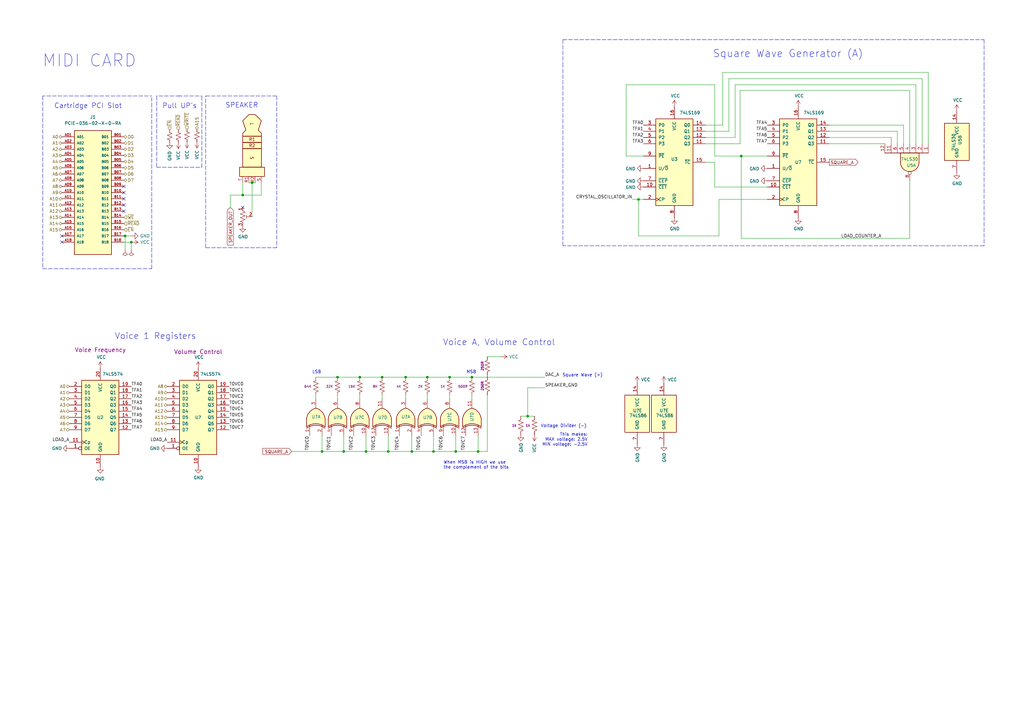
<source format=kicad_sch>
(kicad_sch (version 20211123) (generator eeschema)
  (paper "A3")
  (lib_symbols
    (symbol "74xx:74LS169" (pin_names (offset 1.016))
      (property "Reference" "U" (at -7.62 19.05 0))
      (property "Value" "74LS169" (at -7.62 -19.05 0))
      (symbol "74LS169_1_0"
        (pin input line (at -12.7 -2.54 0) (length 5.08) (name "U/~{D}") (number "1"))
        (pin input line (at -12.7 -10.16 0) (length 5.08) (name "~{CET}") (number "10"))
        (pin output line (at 12.7 7.62 180) (length 5.08) (name "Q3") (number "11"))
        (pin output line (at 12.7 10.16 180) (length 5.08) (name "Q2") (number "12"))
        (pin output line (at 12.7 12.7 180) (length 5.08) (name "Q1") (number "13"))
        (pin output line (at 12.7 15.24 180) (length 5.08) (name "Q0") (number "14"))
        (pin output line (at 12.7 0 180) (length 5.08) (name "~{TC}") (number "15"))
        (pin power_in line (at 0 22.86 270) (length 5.08) (name "VCC") (number "16"))
        (pin input clock (at -12.7 -15.24 0) (length 5.08) (name "CP") (number "2"))
        (pin input line (at -12.7 15.24 0) (length 5.08) (name "P0") (number "3"))
        (pin input line (at -12.7 12.7 0) (length 5.08) (name "P1") (number "4"))
        (pin input line (at -12.7 10.16 0) (length 5.08) (name "P2") (number "5"))
        (pin input line (at -12.7 7.62 0) (length 5.08) (name "P3") (number "6"))
        (pin input line (at -12.7 -7.62 0) (length 5.08) (name "~{CEP}") (number "7"))
        (pin power_in line (at 0 -22.86 90) (length 5.08) (name "GND") (number "8"))
        (pin input line (at -12.7 2.54 0) (length 5.08) (name "~{PE}") (number "9"))
      )
      (symbol "74LS169_1_1"
        (rectangle (start -7.62 17.78) (end 7.62 -17.78) (stroke (width 0.254)) (fill (type background)))
      )
    )
    (symbol "74xx:74LS30" (pin_names (offset 1.016))
      (property "Reference" "U" (at 0 1.27 0))
      (property "Value" "74LS30" (at 0 -1.27 0))
      (symbol "74LS30_1_1"
        (arc (start 0 -3.81) (mid 3.81 0) (end 0 3.81) (stroke (width 0.254)) (fill (type background)))
        (polyline (pts (xy -3.81 7.62) (xy -3.81 -10.16)) (stroke (width 0.254)))
        (polyline (pts (xy 0 3.81) (xy -3.81 3.81) (xy -3.81 -3.81) (xy 0 -3.81)) (stroke (width 0.254)) (fill (type background)))
        (pin input line (at -7.62 7.62 0) (length 3.81) (name "~") (number "1"))
        (pin input line (at -7.62 -7.62 0) (length 3.81) (name "~") (number "11"))
        (pin input line (at -7.62 -10.16 0) (length 3.81) (name "~") (number "12"))
        (pin input line (at -7.62 5.08 0) (length 3.81) (name "~") (number "2"))
        (pin input line (at -7.62 2.54 0) (length 3.81) (name "~") (number "3"))
        (pin input line (at -7.62 0 0) (length 3.81) (name "~") (number "4"))
        (pin input line (at -7.62 -2.54 0) (length 3.81) (name "~") (number "5"))
        (pin input line (at -7.62 -5.08 0) (length 3.81) (name "~") (number "6"))
        (pin output inverted (at 7.62 0 180) (length 3.81) (name "~") (number "8"))
      )
      (symbol "74LS30_1_2"
        (arc (start -3.81 -3.81) (mid -2.589 0) (end -3.81 3.81) (stroke (width 0.254)))
        (arc (start -0.6096 -3.81) (mid 2.1855 -2.584) (end 3.81 0) (stroke (width 0.254)) (fill (type background)))
        (polyline (pts (xy -3.81 -3.81) (xy -3.81 -10.16)) (stroke (width 0.254)))
        (polyline (pts (xy -3.81 -3.81) (xy -0.635 -3.81)) (stroke (width 0.254)) (fill (type background)))
        (polyline (pts (xy -3.81 3.81) (xy -0.635 3.81)) (stroke (width 0.254)) (fill (type background)))
        (polyline (pts (xy -3.81 7.62) (xy -3.81 3.81)) (stroke (width 0.254)))
        (polyline (pts (xy -0.635 3.81) (xy -3.81 3.81) (xy -3.81 3.81) (xy -3.556 3.4036) (xy -3.0226 2.2606) (xy -2.6924 1.0414) (xy -2.6162 -0.254) (xy -2.7686 -1.4986) (xy -3.175 -2.7178) (xy -3.81 -3.81) (xy -3.81 -3.81) (xy -0.635 -3.81)) (stroke (width -25.4)) (fill (type background)))
        (arc (start 3.81 0) (mid 2.1928 2.5925) (end -0.6096 3.81) (stroke (width 0.254)) (fill (type background)))
        (pin input inverted (at -7.62 7.62 0) (length 3.81) (name "~") (number "1"))
        (pin input inverted (at -7.62 -7.62 0) (length 3.81) (name "~") (number "11"))
        (pin input inverted (at -7.62 -10.16 0) (length 3.81) (name "~") (number "12"))
        (pin input inverted (at -7.62 5.08 0) (length 3.81) (name "~") (number "2"))
        (pin input inverted (at -7.62 2.54 0) (length 4.5466) (name "~") (number "3"))
        (pin input inverted (at -7.62 0 0) (length 5.08) (name "~") (number "4"))
        (pin input inverted (at -7.62 -2.54 0) (length 4.5466) (name "~") (number "5"))
        (pin input inverted (at -7.62 -5.08 0) (length 3.81) (name "~") (number "6"))
        (pin output line (at 7.62 0 180) (length 3.81) (name "~") (number "8"))
      )
      (symbol "74LS30_2_0"
        (pin power_in line (at 0 12.7 270) (length 5.08) (name "VCC") (number "14"))
        (pin power_in line (at 0 -12.7 90) (length 5.08) (name "GND") (number "7"))
      )
      (symbol "74LS30_2_1"
        (rectangle (start -5.08 7.62) (end 5.08 -7.62) (stroke (width 0.254)) (fill (type background)))
      )
    )
    (symbol "74xx:74LS86" (pin_names (offset 1.016))
      (property "Reference" "U" (at 0 1.27 0))
      (property "Value" "74LS86" (at 0 -1.27 0))
      (symbol "74LS86_1_0"
        (arc (start -4.4196 -3.81) (mid -3.2033 0) (end -4.4196 3.81) (stroke (width 0.254)))
        (arc (start -3.81 -3.81) (mid -2.589 0) (end -3.81 3.81) (stroke (width 0.254)))
        (arc (start -0.6096 -3.81) (mid 2.1855 -2.584) (end 3.81 0) (stroke (width 0.254)) (fill (type background)))
        (polyline (pts (xy -3.81 -3.81) (xy -0.635 -3.81)) (stroke (width 0.254)) (fill (type background)))
        (polyline (pts (xy -3.81 3.81) (xy -0.635 3.81)) (stroke (width 0.254)) (fill (type background)))
        (polyline (pts (xy -0.635 3.81) (xy -3.81 3.81) (xy -3.81 3.81) (xy -3.556 3.4036) (xy -3.0226 2.2606) (xy -2.6924 1.0414) (xy -2.6162 -0.254) (xy -2.7686 -1.4986) (xy -3.175 -2.7178) (xy -3.81 -3.81) (xy -3.81 -3.81) (xy -0.635 -3.81)) (stroke (width -25.4)) (fill (type background)))
        (arc (start 3.81 0) (mid 2.1928 2.5925) (end -0.6096 3.81) (stroke (width 0.254)) (fill (type background)))
        (pin input line (at -7.62 2.54 0) (length 4.445) (name "~") (number "1"))
        (pin input line (at -7.62 -2.54 0) (length 4.445) (name "~") (number "2"))
        (pin output line (at 7.62 0 180) (length 3.81) (name "~") (number "3"))
      )
      (symbol "74LS86_1_1"
        (polyline (pts (xy -3.81 -2.54) (xy -3.175 -2.54)) (stroke (width 0.1524)))
        (polyline (pts (xy -3.81 2.54) (xy -3.175 2.54)) (stroke (width 0.1524)))
      )
      (symbol "74LS86_2_0"
        (arc (start -4.4196 -3.81) (mid -3.2033 0) (end -4.4196 3.81) (stroke (width 0.254)))
        (arc (start -3.81 -3.81) (mid -2.589 0) (end -3.81 3.81) (stroke (width 0.254)))
        (arc (start -0.6096 -3.81) (mid 2.1855 -2.584) (end 3.81 0) (stroke (width 0.254)) (fill (type background)))
        (polyline (pts (xy -3.81 -3.81) (xy -0.635 -3.81)) (stroke (width 0.254)) (fill (type background)))
        (polyline (pts (xy -3.81 3.81) (xy -0.635 3.81)) (stroke (width 0.254)) (fill (type background)))
        (polyline (pts (xy -0.635 3.81) (xy -3.81 3.81) (xy -3.81 3.81) (xy -3.556 3.4036) (xy -3.0226 2.2606) (xy -2.6924 1.0414) (xy -2.6162 -0.254) (xy -2.7686 -1.4986) (xy -3.175 -2.7178) (xy -3.81 -3.81) (xy -3.81 -3.81) (xy -0.635 -3.81)) (stroke (width -25.4)) (fill (type background)))
        (arc (start 3.81 0) (mid 2.1928 2.5925) (end -0.6096 3.81) (stroke (width 0.254)) (fill (type background)))
        (pin input line (at -7.62 2.54 0) (length 4.445) (name "~") (number "4"))
        (pin input line (at -7.62 -2.54 0) (length 4.445) (name "~") (number "5"))
        (pin output line (at 7.62 0 180) (length 3.81) (name "~") (number "6"))
      )
      (symbol "74LS86_2_1"
        (polyline (pts (xy -3.81 -2.54) (xy -3.175 -2.54)) (stroke (width 0.1524)))
        (polyline (pts (xy -3.81 2.54) (xy -3.175 2.54)) (stroke (width 0.1524)))
      )
      (symbol "74LS86_3_0"
        (arc (start -4.4196 -3.81) (mid -3.2033 0) (end -4.4196 3.81) (stroke (width 0.254)))
        (arc (start -3.81 -3.81) (mid -2.589 0) (end -3.81 3.81) (stroke (width 0.254)))
        (arc (start -0.6096 -3.81) (mid 2.1855 -2.584) (end 3.81 0) (stroke (width 0.254)) (fill (type background)))
        (polyline (pts (xy -3.81 -3.81) (xy -0.635 -3.81)) (stroke (width 0.254)) (fill (type background)))
        (polyline (pts (xy -3.81 3.81) (xy -0.635 3.81)) (stroke (width 0.254)) (fill (type background)))
        (polyline (pts (xy -0.635 3.81) (xy -3.81 3.81) (xy -3.81 3.81) (xy -3.556 3.4036) (xy -3.0226 2.2606) (xy -2.6924 1.0414) (xy -2.6162 -0.254) (xy -2.7686 -1.4986) (xy -3.175 -2.7178) (xy -3.81 -3.81) (xy -3.81 -3.81) (xy -0.635 -3.81)) (stroke (width -25.4)) (fill (type background)))
        (arc (start 3.81 0) (mid 2.1928 2.5925) (end -0.6096 3.81) (stroke (width 0.254)) (fill (type background)))
        (pin input line (at -7.62 -2.54 0) (length 4.445) (name "~") (number "10"))
        (pin output line (at 7.62 0 180) (length 3.81) (name "~") (number "8"))
        (pin input line (at -7.62 2.54 0) (length 4.445) (name "~") (number "9"))
      )
      (symbol "74LS86_3_1"
        (polyline (pts (xy -3.81 -2.54) (xy -3.175 -2.54)) (stroke (width 0.1524)))
        (polyline (pts (xy -3.81 2.54) (xy -3.175 2.54)) (stroke (width 0.1524)))
      )
      (symbol "74LS86_4_0"
        (arc (start -4.4196 -3.81) (mid -3.2033 0) (end -4.4196 3.81) (stroke (width 0.254)))
        (arc (start -3.81 -3.81) (mid -2.589 0) (end -3.81 3.81) (stroke (width 0.254)))
        (arc (start -0.6096 -3.81) (mid 2.1855 -2.584) (end 3.81 0) (stroke (width 0.254)) (fill (type background)))
        (polyline (pts (xy -3.81 -3.81) (xy -0.635 -3.81)) (stroke (width 0.254)) (fill (type background)))
        (polyline (pts (xy -3.81 3.81) (xy -0.635 3.81)) (stroke (width 0.254)) (fill (type background)))
        (polyline (pts (xy -0.635 3.81) (xy -3.81 3.81) (xy -3.81 3.81) (xy -3.556 3.4036) (xy -3.0226 2.2606) (xy -2.6924 1.0414) (xy -2.6162 -0.254) (xy -2.7686 -1.4986) (xy -3.175 -2.7178) (xy -3.81 -3.81) (xy -3.81 -3.81) (xy -0.635 -3.81)) (stroke (width -25.4)) (fill (type background)))
        (arc (start 3.81 0) (mid 2.1928 2.5925) (end -0.6096 3.81) (stroke (width 0.254)) (fill (type background)))
        (pin output line (at 7.62 0 180) (length 3.81) (name "~") (number "11"))
        (pin input line (at -7.62 2.54 0) (length 4.445) (name "~") (number "12"))
        (pin input line (at -7.62 -2.54 0) (length 4.445) (name "~") (number "13"))
      )
      (symbol "74LS86_4_1"
        (polyline (pts (xy -3.81 -2.54) (xy -3.175 -2.54)) (stroke (width 0.1524)))
        (polyline (pts (xy -3.81 2.54) (xy -3.175 2.54)) (stroke (width 0.1524)))
      )
      (symbol "74LS86_5_0"
        (pin power_in line (at 0 12.7 270) (length 5.08) (name "VCC") (number "14"))
        (pin power_in line (at 0 -12.7 90) (length 5.08) (name "GND") (number "7"))
      )
      (symbol "74LS86_5_1"
        (rectangle (start -5.08 7.62) (end 5.08 -7.62) (stroke (width 0.254)) (fill (type background)))
      )
    )
    (symbol "Connector:AudioPlug4"
      (property "Reference" "J" (at 10.16 5.08 0))
      (property "Value" "AudioPlug4" (at 11.43 -7.62 0))
      (symbol "AudioPlug4_0_0"
        (text "R1" (at -2.54 -1.27 900) (effects (font (size 1.27 1.27))))
        (text "R2" (at 0 -1.27 900) (effects (font (size 1.27 1.27))))
        (text "S" (at 5.08 -1.27 0) (effects (font (size 1.27 1.27))))
        (text "T" (at -8.89 -1.27 0) (effects (font (size 1.27 1.27))))
      )
      (symbol "AudioPlug4_0_1"
        (rectangle (start -1.27 2.54) (end -3.81 -5.08) (stroke (width 0.254)) (fill (type background)))
        (polyline (pts (xy -3.81 2.54) (xy -5.08 2.54) (xy -6.35 1.27) (xy -10.16 2.54) (xy -12.7 0) (xy -12.7 -2.54) (xy -10.16 -5.08) (xy -6.35 -3.81) (xy -5.08 -5.08) (xy -3.81 -5.08) (xy -3.81 2.54)) (stroke (width 0.254)) (fill (type background)))
        (rectangle (start 1.27 2.54) (end -1.27 -5.08) (stroke (width 0.254)) (fill (type background)))
        (rectangle (start 1.27 2.54) (end 8.89 -5.08) (stroke (width 0.254)) (fill (type background)))
        (rectangle (start 12.7 3.81) (end 8.89 -6.35) (stroke (width 0.254)) (fill (type background)))
      )
      (symbol "AudioPlug4_1_1"
        (pin passive line (at 15.24 -2.54 180) (length 2.54) (name "~") (number "R1"))
        (pin passive line (at 15.24 0 180) (length 2.54) (name "~") (number "R2"))
        (pin passive line (at 15.24 2.54 180) (length 2.54) (name "~") (number "S"))
        (pin passive line (at 15.24 -5.08 180) (length 2.54) (name "~") (number "T"))
      )
    )
    (symbol "Device:R_POT_TRIM_US" (pin_names (offset 1.016) hide)
      (property "Reference" "RV" (at -4.445 0 90))
      (property "Value" "Device_R_POT_TRIM_US" (at -2.54 0 90))
      (symbol "R_POT_TRIM_US_0_1"
        (polyline (pts (xy 0 -2.286) (xy 0 -2.54)))
        (polyline (pts (xy 0 2.286) (xy 0 2.54)))
        (polyline (pts (xy 1.524 0.762) (xy 1.524 -0.762)))
        (polyline (pts (xy 2.54 0) (xy 1.524 0)))
        (polyline (pts (xy 0 -0.762) (xy 1.016 -1.143) (xy 0 -1.524) (xy -1.016 -1.905) (xy 0 -2.286)))
        (polyline (pts (xy 0 0.762) (xy 1.016 0.381) (xy 0 0) (xy -1.016 -0.381) (xy 0 -0.762)))
        (polyline (pts (xy 0 2.286) (xy 1.016 1.905) (xy 0 1.524) (xy -1.016 1.143) (xy 0 0.762)))
      )
      (symbol "R_POT_TRIM_US_1_1"
        (pin passive line (at 0 3.81 270) (length 1.27) (name "1") (number "1"))
        (pin passive line (at 3.81 0 180) (length 1.27) (name "2") (number "2"))
        (pin passive line (at 0 -3.81 90) (length 1.27) (name "3") (number "3"))
      )
    )
    (symbol "Device:R_Small_US" (pin_numbers hide) (pin_names (offset 0.254) hide)
      (property "Reference" "R" (at 0.762 0.508 0))
      (property "Value" "R_Small_US" (at 0.762 -1.016 0))
      (symbol "R_Small_US_1_1"
        (polyline (pts (xy 0 0) (xy 1.016 -0.381) (xy 0 -0.762) (xy -1.016 -1.143) (xy 0 -1.524)))
        (polyline (pts (xy 0 1.524) (xy 1.016 1.143) (xy 0 0.762) (xy -1.016 0.381) (xy 0 0)))
        (pin passive line (at 0 2.54 270) (length 1.016) (name "~") (number "1"))
        (pin passive line (at 0 -2.54 90) (length 1.016) (name "~") (number "2"))
      )
    )
    (symbol "Device:R_US" (pin_numbers hide) (pin_names (offset 0))
      (property "Reference" "R" (at 2.54 0 90))
      (property "Value" "R_US" (at -2.54 0 90))
      (symbol "R_US_0_1"
        (polyline (pts (xy 0 -2.286) (xy 0 -2.54)))
        (polyline (pts (xy 0 2.286) (xy 0 2.54)))
        (polyline (pts (xy 0 -0.762) (xy 1.016 -1.143) (xy 0 -1.524) (xy -1.016 -1.905) (xy 0 -2.286)))
        (polyline (pts (xy 0 0.762) (xy 1.016 0.381) (xy 0 0) (xy -1.016 -0.381) (xy 0 -0.762)))
        (polyline (pts (xy 0 2.286) (xy 1.016 1.905) (xy 0 1.524) (xy -1.016 1.143) (xy 0 0.762)))
      )
      (symbol "R_US_1_1"
        (pin passive line (at 0 3.81 270) (length 1.27) (name "~") (number "1"))
        (pin passive line (at 0 -3.81 90) (length 1.27) (name "~") (number "2"))
      )
    )
    (symbol "Stephen:PCIE-036-02-X-D-RA" (pin_names (offset 1.016))
      (property "Reference" "J" (at -7.62 26.162 0))
      (property "Value" "PCIE-036-02-X-D-RA" (at -7.62 -27.94 0))
      (symbol "PCIE-036-02-X-D-RA_0_0"
        (rectangle (start -7.62 -25.4) (end 7.62 25.4) (stroke (width 0.254)) (fill (type background)))
        (pin passive line (at -12.7 22.86 0) (length 5.08) (name "A01") (number "A01"))
        (pin passive line (at -12.7 20.32 0) (length 5.08) (name "A02") (number "A02"))
        (pin passive line (at -12.7 17.78 0) (length 5.08) (name "A03") (number "A03"))
        (pin passive line (at -12.7 15.24 0) (length 5.08) (name "A04") (number "A04"))
        (pin passive line (at -12.7 12.7 0) (length 5.08) (name "A05") (number "A05"))
        (pin passive line (at -12.7 10.16 0) (length 5.08) (name "A06") (number "A06"))
        (pin passive line (at -12.7 7.62 0) (length 5.08) (name "A07") (number "A07"))
        (pin passive line (at -12.7 5.08 0) (length 5.08) (name "A08") (number "A08"))
        (pin passive line (at -12.7 2.54 0) (length 5.08) (name "A09") (number "A09"))
        (pin passive line (at -12.7 0 0) (length 5.08) (name "A10") (number "A10"))
        (pin passive line (at -12.7 -2.54 0) (length 5.08) (name "A11") (number "A11"))
        (pin passive line (at -12.7 -5.08 0) (length 5.08) (name "A12") (number "A12"))
        (pin passive line (at -12.7 -7.62 0) (length 5.08) (name "A13") (number "A13"))
        (pin passive line (at -12.7 -10.16 0) (length 5.08) (name "A14") (number "A14"))
        (pin passive line (at -12.7 -12.7 0) (length 5.08) (name "A15") (number "A15"))
        (pin passive line (at -12.7 -15.24 0) (length 5.08) (name "A16") (number "A16"))
        (pin passive line (at -12.7 -17.78 0) (length 5.08) (name "A17") (number "A17"))
        (pin passive line (at -12.7 -20.32 0) (length 5.08) (name "A18") (number "A18"))
        (pin passive line (at 12.7 22.86 180) (length 5.08) (name "B01") (number "B01"))
        (pin passive line (at 12.7 20.32 180) (length 5.08) (name "B02") (number "B02"))
        (pin passive line (at 12.7 17.78 180) (length 5.08) (name "B03") (number "B03"))
        (pin passive line (at 12.7 15.24 180) (length 5.08) (name "B04") (number "B04"))
        (pin passive line (at 12.7 12.7 180) (length 5.08) (name "B05") (number "B05"))
        (pin passive line (at 12.7 10.16 180) (length 5.08) (name "B06") (number "B06"))
        (pin passive line (at 12.7 7.62 180) (length 5.08) (name "B07") (number "B07"))
        (pin passive line (at 12.7 5.08 180) (length 5.08) (name "B08") (number "B08"))
        (pin passive line (at 12.7 2.54 180) (length 5.08) (name "B09") (number "B09"))
        (pin passive line (at 12.7 0 180) (length 5.08) (name "B10") (number "B10"))
        (pin passive line (at 12.7 -2.54 180) (length 5.08) (name "B11") (number "B11"))
        (pin passive line (at 12.7 -5.08 180) (length 5.08) (name "B12") (number "B12"))
        (pin passive line (at 12.7 -7.62 180) (length 5.08) (name "B13") (number "B13"))
        (pin passive line (at 12.7 -10.16 180) (length 5.08) (name "B14") (number "B14"))
        (pin passive line (at 12.7 -12.7 180) (length 5.08) (name "B15") (number "B15"))
        (pin passive line (at 12.7 -15.24 180) (length 5.08) (name "B16") (number "B16"))
        (pin passive line (at 12.7 -17.78 180) (length 5.08) (name "B17") (number "B17"))
        (pin passive line (at 12.7 -20.32 180) (length 5.08) (name "B18") (number "B18"))
      )
    )
    (symbol "power:GND" (power) (pin_names (offset 0))
      (property "Value" "GND" (at 0 -3.81 0))
      (symbol "GND_0_1"
        (polyline (pts (xy 0 0) (xy 0 -1.27) (xy 1.27 -1.27) (xy 0 -2.54) (xy -1.27 -1.27) (xy 0 -1.27)))
      )
      (symbol "GND_1_1"
        (pin power_in line (at 0 0 270) (length 0) hide (name "GND") (number "1"))
      )
    )
    (symbol "power:PWR_FLAG" (power) (pin_numbers hide) (pin_names (offset 0) hide)
      (property "Value" "PWR_FLAG" (at 0 3.81 0))
      (symbol "PWR_FLAG_0_0"
        (pin power_out line (at 0 0 90) (length 0) (name "pwr") (number "1"))
      )
      (symbol "PWR_FLAG_0_1"
        (polyline (pts (xy 0 0) (xy 0 1.27) (xy -1.016 1.905) (xy 0 2.54) (xy 1.016 1.905) (xy 0 1.27)))
      )
    )
    (symbol "power:VCC" (power) (pin_names (offset 0))
      (property "Value" "VCC" (at 0 3.81 0))
      (symbol "VCC_0_1"
        (polyline (pts (xy -0.762 1.27) (xy 0 2.54)))
        (polyline (pts (xy 0 0) (xy 0 2.54)))
        (polyline (pts (xy 0 2.54) (xy 0.762 1.27)))
      )
      (symbol "VCC_1_1"
        (pin power_in line (at 0 0 90) (length 0) hide (name "VCC") (number "1"))
      )
    )
    (symbol "stephen-mouser:74LS574" (pin_names (offset 1.016))
      (property "Reference" "U" (at -7.62 16.51 0))
      (property "Value" "stephen-mouser_74LS574" (at -7.62 -16.51 0))
      (symbol "74LS574_1_0"
        (pin input inverted (at -12.7 -12.7 0) (length 5.08) (name "OE") (number "1"))
        (pin power_in line (at 0 -20.32 90) (length 5.08) (name "GND") (number "10"))
        (pin input clock (at -12.7 -10.16 0) (length 5.08) (name "Cp") (number "11"))
        (pin tri_state line (at 12.7 -5.08 180) (length 5.08) (name "Q7") (number "12"))
        (pin tri_state line (at 12.7 -2.54 180) (length 5.08) (name "Q6") (number "13"))
        (pin tri_state line (at 12.7 0 180) (length 5.08) (name "Q5") (number "14"))
        (pin tri_state line (at 12.7 2.54 180) (length 5.08) (name "Q4") (number "15"))
        (pin tri_state line (at 12.7 5.08 180) (length 5.08) (name "Q3") (number "16"))
        (pin tri_state line (at 12.7 7.62 180) (length 5.08) (name "Q2") (number "17"))
        (pin tri_state line (at 12.7 10.16 180) (length 5.08) (name "Q1") (number "18"))
        (pin tri_state line (at 12.7 12.7 180) (length 5.08) (name "Q0") (number "19"))
        (pin input line (at -12.7 12.7 0) (length 5.08) (name "D0") (number "2"))
        (pin power_in line (at 0 20.32 270) (length 5.08) (name "VCC") (number "20"))
        (pin input line (at -12.7 10.16 0) (length 5.08) (name "D1") (number "3"))
        (pin input line (at -12.7 7.62 0) (length 5.08) (name "D2") (number "4"))
        (pin input line (at -12.7 5.08 0) (length 5.08) (name "D3") (number "5"))
        (pin input line (at -12.7 2.54 0) (length 5.08) (name "D4") (number "6"))
        (pin input line (at -12.7 0 0) (length 5.08) (name "D5") (number "7"))
        (pin input line (at -12.7 -2.54 0) (length 5.08) (name "D6") (number "8"))
        (pin input line (at -12.7 -5.08 0) (length 5.08) (name "D7") (number "9"))
      )
      (symbol "74LS574_1_1"
        (rectangle (start -7.62 15.24) (end 7.62 -15.24) (stroke (width 0.254)) (fill (type background)))
      )
    )
  )
  (junction (at 184.404 154.686))
  (junction (at 140.97 185.166))
  (junction (at 193.548 154.686))
  (junction (at 150.114 185.166))
  (junction (at 196.088 185.166))
  (junction (at 103.378 74.93))
  (junction (at 186.944 185.166))
  (junction (at 53.848 99.314))
  (junction (at 261.874 81.788))
  (junction (at 51.308 96.774))
  (junction (at 177.8 185.166))
  (junction (at 156.718 154.686))
  (junction (at 168.91 185.166))
  (junction (at 175.26 154.686))
  (junction (at 132.08 185.166))
  (junction (at 166.37 154.686))
  (junction (at 216.408 170.688))
  (junction (at 138.43 154.686))
  (junction (at 304.038 64.008))
  (junction (at 159.258 185.166))
  (junction (at 99.568 80.01))
  (junction (at 147.574 154.686))
  (no_connect (at 25.4 96.774))
  (no_connect (at 99.568 85.09))
  (no_connect (at 50.8 78.994))
  (no_connect (at 50.8 81.534))
  (no_connect (at 50.8 84.074))
  (no_connect (at 50.8 86.614))
  (no_connect (at 25.4 99.314))
  (no_connect (at 50.8 76.454))
  (wire (pts (xy 156.718 162.306) (xy 156.718 163.576)))
  (wire (pts (xy 184.404 162.306) (xy 184.404 163.576)))
  (wire (pts (xy 140.97 185.166) (xy 150.114 185.166)))
  (wire (pts (xy 289.306 53.848) (xy 298.958 53.848)))
  (wire (pts (xy 129.54 162.306) (xy 129.54 163.576)))
  (wire (pts (xy 53.848 99.314) (xy 50.8 99.314)))
  (wire (pts (xy 175.26 162.306) (xy 175.26 163.576)))
  (polyline (pts (xy 113.538 39.37) (xy 113.538 101.6)))
  (polyline (pts (xy 17.526 110.236) (xy 62.23 110.236)))
  (wire (pts (xy 53.848 99.314) (xy 53.848 102.362)))
  (wire (pts (xy 94.488 80.01) (xy 99.568 80.01)))
  (wire (pts (xy 373.126 97.79) (xy 304.038 97.79)))
  (polyline (pts (xy 84.328 39.37) (xy 113.538 39.37)))
  (wire (pts (xy 289.306 56.388) (xy 301.498 56.388)))
  (wire (pts (xy 378.206 58.928) (xy 378.206 32.258)))
  (wire (pts (xy 293.116 34.798) (xy 256.794 34.798)))
  (wire (pts (xy 140.97 178.816) (xy 140.97 185.166)))
  (wire (pts (xy 314.706 81.788) (xy 294.894 81.788)))
  (wire (pts (xy 199.898 153.924) (xy 199.898 154.432)))
  (polyline (pts (xy 403.606 27.178) (xy 403.606 100.838)))
  (wire (pts (xy 138.43 162.306) (xy 138.43 163.576)))
  (wire (pts (xy 370.586 51.308) (xy 340.106 51.308)))
  (wire (pts (xy 259.334 81.788) (xy 261.874 81.788)))
  (wire (pts (xy 216.408 159.004) (xy 216.408 170.688)))
  (polyline (pts (xy 230.886 16.256) (xy 403.606 16.256)))
  (polyline (pts (xy 230.886 16.256) (xy 230.886 27.178)))
  (wire (pts (xy 94.488 85.09) (xy 94.488 80.01)))
  (wire (pts (xy 373.126 58.928) (xy 373.126 37.084)))
  (polyline (pts (xy 113.538 101.6) (xy 84.328 101.6)))
  (wire (pts (xy 138.43 154.686) (xy 147.574 154.686)))
  (polyline (pts (xy 64.262 68.58) (xy 82.804 68.58)))
  (wire (pts (xy 156.718 154.686) (xy 166.37 154.686)))
  (polyline (pts (xy 73.152 39.37) (xy 82.804 39.37)))
  (polyline (pts (xy 403.606 16.256) (xy 403.606 27.178)))
  (wire (pts (xy 175.26 154.686) (xy 184.404 154.686)))
  (wire (pts (xy 294.894 81.788) (xy 294.894 96.774)))
  (polyline (pts (xy 230.886 100.838) (xy 230.886 27.178)))
  (wire (pts (xy 196.088 178.816) (xy 196.088 185.166)))
  (wire (pts (xy 51.308 96.774) (xy 50.8 96.774)))
  (wire (pts (xy 370.586 58.928) (xy 370.586 51.308)))
  (wire (pts (xy 168.91 178.816) (xy 168.91 185.166)))
  (wire (pts (xy 289.306 51.308) (xy 296.418 51.308)))
  (wire (pts (xy 147.574 154.686) (xy 156.718 154.686)))
  (wire (pts (xy 216.408 159.004) (xy 223.52 159.004)))
  (wire (pts (xy 256.794 34.798) (xy 256.794 64.008)))
  (wire (pts (xy 293.116 76.708) (xy 314.706 76.708)))
  (wire (pts (xy 256.794 64.008) (xy 263.906 64.008)))
  (wire (pts (xy 107.188 80.01) (xy 107.188 74.93)))
  (wire (pts (xy 380.746 29.718) (xy 380.746 58.928)))
  (wire (pts (xy 199.898 185.166) (xy 196.088 185.166)))
  (wire (pts (xy 373.126 37.084) (xy 303.53 37.084)))
  (wire (pts (xy 303.53 58.928) (xy 289.306 58.928)))
  (wire (pts (xy 261.874 81.788) (xy 263.906 81.788)))
  (wire (pts (xy 293.116 64.008) (xy 293.116 34.798)))
  (wire (pts (xy 213.614 170.688) (xy 216.408 170.688)))
  (wire (pts (xy 365.506 58.928) (xy 365.506 56.388)))
  (wire (pts (xy 304.038 97.79) (xy 304.038 64.008)))
  (wire (pts (xy 186.944 178.816) (xy 186.944 185.166)))
  (wire (pts (xy 301.498 34.798) (xy 375.666 34.798)))
  (wire (pts (xy 102.108 74.93) (xy 103.378 74.93)))
  (polyline (pts (xy 36.83 39.37) (xy 17.526 39.37)))
  (wire (pts (xy 340.106 58.928) (xy 362.966 58.928)))
  (wire (pts (xy 368.046 53.848) (xy 368.046 58.928)))
  (wire (pts (xy 378.206 32.258) (xy 298.958 32.258)))
  (wire (pts (xy 54.102 99.314) (xy 53.848 99.314)))
  (wire (pts (xy 184.404 154.686) (xy 193.548 154.686)))
  (polyline (pts (xy 64.262 39.37) (xy 64.262 68.58)))
  (wire (pts (xy 314.706 64.008) (xy 304.038 64.008)))
  (wire (pts (xy 298.958 32.258) (xy 298.958 53.848)))
  (wire (pts (xy 150.114 178.816) (xy 150.114 185.166)))
  (wire (pts (xy 51.308 96.774) (xy 51.308 102.362)))
  (wire (pts (xy 147.574 162.306) (xy 147.574 163.576)))
  (wire (pts (xy 303.53 37.084) (xy 303.53 58.928)))
  (polyline (pts (xy 62.23 110.236) (xy 62.23 39.37)))
  (polyline (pts (xy 36.322 39.37) (xy 62.23 39.37)))
  (wire (pts (xy 193.548 162.306) (xy 193.548 163.576)))
  (wire (pts (xy 119.634 185.166) (xy 132.08 185.166)))
  (polyline (pts (xy 17.526 39.37) (xy 17.526 110.236)))
  (wire (pts (xy 216.408 170.688) (xy 219.202 170.688)))
  (polyline (pts (xy 84.328 101.6) (xy 84.328 39.37)))
  (wire (pts (xy 205.486 146.304) (xy 199.898 146.304)))
  (wire (pts (xy 166.37 154.686) (xy 175.26 154.686)))
  (wire (pts (xy 375.666 34.798) (xy 375.666 58.928)))
  (wire (pts (xy 223.52 154.686) (xy 193.548 154.686)))
  (wire (pts (xy 103.378 74.93) (xy 104.648 74.93)))
  (wire (pts (xy 296.418 51.308) (xy 296.418 29.718)))
  (wire (pts (xy 159.258 185.166) (xy 168.91 185.166)))
  (wire (pts (xy 129.54 154.686) (xy 138.43 154.686)))
  (wire (pts (xy 54.102 96.774) (xy 51.308 96.774)))
  (wire (pts (xy 294.894 96.774) (xy 261.874 96.774)))
  (wire (pts (xy 304.038 64.008) (xy 293.116 64.008)))
  (polyline (pts (xy 73.66 39.37) (xy 64.262 39.37)))
  (wire (pts (xy 150.114 185.166) (xy 159.258 185.166)))
  (wire (pts (xy 166.37 162.306) (xy 166.37 163.576)))
  (wire (pts (xy 261.874 81.788) (xy 261.874 96.774)))
  (wire (pts (xy 159.258 178.816) (xy 159.258 185.166)))
  (wire (pts (xy 99.568 80.01) (xy 107.188 80.01)))
  (wire (pts (xy 168.91 185.166) (xy 177.8 185.166)))
  (wire (pts (xy 103.378 88.9) (xy 103.378 74.93)))
  (wire (pts (xy 365.506 56.388) (xy 340.106 56.388)))
  (wire (pts (xy 177.8 185.166) (xy 186.944 185.166)))
  (wire (pts (xy 132.08 178.816) (xy 132.08 185.166)))
  (wire (pts (xy 301.498 56.388) (xy 301.498 34.798)))
  (wire (pts (xy 296.418 29.718) (xy 380.746 29.718)))
  (wire (pts (xy 196.088 185.166) (xy 186.944 185.166)))
  (wire (pts (xy 373.126 74.168) (xy 373.126 97.79)))
  (wire (pts (xy 340.106 53.848) (xy 368.046 53.848)))
  (polyline (pts (xy 403.606 100.838) (xy 230.886 100.838)))
  (wire (pts (xy 293.116 66.548) (xy 289.306 66.548)))
  (polyline (pts (xy 82.804 68.58) (xy 82.804 39.37)))
  (wire (pts (xy 293.116 76.708) (xy 293.116 66.548)))
  (wire (pts (xy 177.8 185.166) (xy 177.8 178.816)))
  (wire (pts (xy 99.568 80.01) (xy 99.568 74.93)))
  (wire (pts (xy 132.08 185.166) (xy 140.97 185.166)))
  (wire (pts (xy 199.898 162.052) (xy 199.898 185.166)))
  (text "Voice 1 Registers" (at 46.99 139.446 0) (effects (font (size 2.5 2.5)) (justify left bottom)))
  (text "MIDI CARD" (at 17.272 27.94 0) (effects (font (size 5 5)) (justify left bottom)))
  (text "Voltage Divider (-)" (at 221.742 175.514 0) (effects (font (size 1.27 1.27)) (justify left bottom)))
  (text "Voice A, Volume Control" (at 181.61 141.986 0) (effects (font (size 2.5 2.5)) (justify left bottom)))
  (text "Square Wave Generator (A)" (at 292.354 23.876 0) (effects (font (size 2.9972 2.9972)) (justify left bottom)))
  (text "Square Wave (+)" (at 230.632 154.686 0) (effects (font (size 1.27 1.27)) (justify left bottom)))
  (text "Pull UP's" (at 66.548 44.704 0) (effects (font (size 2 2)) (justify left bottom)))
  (text "This makes:\nMAX voltage: 2.5V\nMIN voltage: -2.5V" (at 241.046 183.134 180) (effects (font (size 1.27 1.27)) (justify right bottom)))
  (text "MSB" (at 191.262 153.416 0) (effects (font (size 1.27 1.27)) (justify left bottom)))
  (text "SPEAKER" (at 105.918 44.45 180) (effects (font (size 2.0066 2.0066)) (justify right bottom)))
  (text "When MSB is HIGH we use\nthe complement of the bits" (at 181.864 192.532 0) (effects (font (size 1.27 1.27)) (justify left bottom)))
  (text "LSB" (at 128.016 153.416 0) (effects (font (size 1.27 1.27)) (justify left bottom)))
  (text "Cartridge PCI Slot" (at 50.038 44.704 180) (effects (font (size 2 2)) (justify right bottom)))
  (label "TFA1" (at 53.848 161.036 0))
  (label "T0VC0" (at 127 178.816 270))
  (label "TFA5" (at 314.706 53.848 180))
  (label "T0VC7" (at 93.98 176.276 0))
  (label "DAC_A" (at 223.52 154.686 0))
  (label "T0VC1" (at 135.89 178.816 270))
  (label "TFA7" (at 53.848 176.276 0))
  (label "TFA3" (at 263.906 58.928 180))
  (label "T0VC2" (at 145.034 178.816 270))
  (label "T0VC1" (at 93.98 161.036 0))
  (label "T0VC4" (at 163.83 178.816 270))
  (label "T0VC3" (at 154.178 178.816 270))
  (label "T0VC5" (at 93.98 171.196 0))
  (label "LOAD_COUNTER_A" (at 344.932 97.79 0))
  (label "TFA0" (at 53.848 158.496 0))
  (label "SPEAKER_GND" (at 223.52 159.004 0))
  (label "LOAD_A" (at 28.448 181.356 180))
  (label "TFA7" (at 314.706 58.928 180))
  (label "CRYSTAL_OSCILLATOR_IN" (at 259.334 81.788 180))
  (label "TFA4" (at 53.848 168.656 0))
  (label "TFA6" (at 314.706 56.388 180))
  (label "TFA5" (at 53.848 171.196 0))
  (label "T0VC4" (at 93.98 168.656 0))
  (label "TFA0" (at 263.906 51.308 180))
  (label "LOAD_A" (at 68.58 181.356 180))
  (label "TFA1" (at 263.906 53.848 180))
  (label "TFA3" (at 53.848 166.116 0))
  (label "TFA4" (at 314.706 51.308 180))
  (label "T0VC6" (at 93.98 173.736 0))
  (label "T0VC2" (at 93.98 163.576 0))
  (label "T0VC0" (at 93.98 158.496 0))
  (label "TFA2" (at 263.906 56.388 180))
  (label "T0VC5" (at 172.72 178.816 270))
  (label "T0VC7" (at 191.008 178.816 270))
  (label "T0VC6" (at 181.864 178.816 270))
  (label "TFA2" (at 53.848 163.576 0))
  (label "TFA6" (at 53.848 173.736 0))
  (label "T0VC3" (at 93.98 166.116 0))
  (global_label "SQUARE_A" (shape input) (at 119.634 185.166 180) (property "Intersheet References" "${INTERSHEET_REFS}" (effects hide)))
  (global_label "SPEAKER_OUT" (shape input) (at 94.488 85.09 270) (property "Intersheet References" "${INTERSHEET_REFS}" (effects hide)))
  (global_label "SQUARE_A" (shape output) (at 340.106 66.548 0) (property "Intersheet References" "${INTERSHEET_REFS}" (effects hide)))
  (hierarchical_label "~{READ}" (shape input) (at -3.048 173.482 180))
  (hierarchical_label "~{EN}" (shape input) (at 50.8 94.234 0))
  (hierarchical_label "A2" (shape tri_state) (at 28.448 163.576 180))
  (hierarchical_label "A4" (shape tri_state) (at 25.4 66.294 180))
  (hierarchical_label "A1" (shape tri_state) (at 28.448 161.036 180))
  (hierarchical_label "A9" (shape tri_state) (at 68.58 161.036 180))
  (hierarchical_label "A3" (shape tri_state) (at 25.4 63.754 180))
  (hierarchical_label "A3" (shape tri_state) (at 28.448 166.116 180))
  (hierarchical_label "A0" (shape tri_state) (at 28.448 158.496 180))
  (hierarchical_label "D7" (shape tri_state) (at -3.302 152.4 180))
  (hierarchical_label "~{EN}" (shape input) (at 69.596 53.34 90))
  (hierarchical_label "D0" (shape tri_state) (at 50.8 56.134 0))
  (hierarchical_label "A14" (shape tri_state) (at 68.58 173.736 180))
  (hierarchical_label "~{WRITE}" (shape input) (at 76.708 53.086 90))
  (hierarchical_label "A12" (shape tri_state) (at 68.58 168.656 180))
  (hierarchical_label "A10" (shape tri_state) (at 68.58 163.576 180))
  (hierarchical_label "A9" (shape tri_state) (at 25.4 78.994 180))
  (hierarchical_label "A13" (shape tri_state) (at 25.4 89.154 180))
  (hierarchical_label "D6" (shape tri_state) (at -3.302 154.94 180))
  (hierarchical_label "D6" (shape tri_state) (at 50.8 71.374 0))
  (hierarchical_label "A5" (shape tri_state) (at 28.448 171.196 180))
  (hierarchical_label "A7" (shape tri_state) (at 28.448 176.276 180))
  (hierarchical_label "D5" (shape tri_state) (at -3.302 157.48 180))
  (hierarchical_label "A15" (shape tri_state) (at 25.4 94.234 180))
  (hierarchical_label "A6" (shape tri_state) (at 28.448 173.736 180))
  (hierarchical_label "D4" (shape tri_state) (at 50.8 66.294 0))
  (hierarchical_label "A10" (shape tri_state) (at 25.4 81.534 180))
  (hierarchical_label "A12" (shape tri_state) (at 25.4 86.614 180))
  (hierarchical_label "A2" (shape tri_state) (at 25.4 61.214 180))
  (hierarchical_label "D0" (shape tri_state) (at -3.302 170.18 180))
  (hierarchical_label "~{EN}" (shape input) (at -3.048 178.816 180))
  (hierarchical_label "A11" (shape tri_state) (at 25.4 84.074 180))
  (hierarchical_label "A8" (shape tri_state) (at 25.4 76.454 180))
  (hierarchical_label "D4" (shape tri_state) (at -3.302 160.02 180))
  (hierarchical_label "D5" (shape tri_state) (at 50.8 68.834 0))
  (hierarchical_label "~{READ}" (shape input) (at 50.8 91.694 0))
  (hierarchical_label "A5" (shape tri_state) (at 25.4 68.834 180))
  (hierarchical_label "A0" (shape tri_state) (at 25.4 56.134 180))
  (hierarchical_label "A15" (shape tri_state) (at 80.772 53.086 90))
  (hierarchical_label "A1" (shape tri_state) (at 25.4 58.674 180))
  (hierarchical_label "A7" (shape tri_state) (at 25.4 73.914 180))
  (hierarchical_label "A4" (shape tri_state) (at 28.448 168.656 180))
  (hierarchical_label "~{READ}" (shape input) (at 73.152 53.34 90))
  (hierarchical_label "D1" (shape tri_state) (at -3.302 167.64 180))
  (hierarchical_label "D3" (shape tri_state) (at 50.8 63.754 0))
  (hierarchical_label "A15" (shape tri_state) (at 68.58 176.276 180))
  (hierarchical_label "A11" (shape tri_state) (at 68.58 166.116 180))
  (hierarchical_label "D3" (shape tri_state) (at -3.302 162.56 180))
  (hierarchical_label "~{WE}" (shape input) (at 50.8 89.154 0))
  (hierarchical_label "D2" (shape tri_state) (at 50.8 61.214 0))
  (hierarchical_label "~{WE}" (shape input) (at -3.048 176.022 180))
  (hierarchical_label "A8" (shape tri_state) (at 68.58 158.496 180))
  (hierarchical_label "A13" (shape tri_state) (at 68.58 171.196 180))
  (hierarchical_label "A6" (shape tri_state) (at 25.4 71.374 180))
  (hierarchical_label "D1" (shape tri_state) (at 50.8 58.674 0))
  (hierarchical_label "D7" (shape tri_state) (at 50.8 73.914 0))
  (hierarchical_label "D2" (shape tri_state) (at -3.302 165.1 180))
  (hierarchical_label "A14" (shape tri_state) (at 25.4 91.694 180))
  (symbol (lib_id "Connector:AudioPlug4") (at 104.648 59.69 270) (unit 1)
    (property "Reference" "LS1" (effects hide))
    (property "Value" "Speaker" (effects hide))
    (property "Footprint" "Connector_Audio:3.5mm_Audio_Jack-STEPHEN" (effects hide))
  )
  (symbol (lib_id "power:GND") (at 99.568 92.71 0) (unit 1)
    (property "Reference" "#PWR0346" (effects hide))
    (property "Value" "GND" (at 99.695 97.1042 0))
  )
  (symbol (lib_id "Device:R_POT_TRIM_US") (at 99.568 88.9 0) (unit 1)
    (property "Reference" "RV1" (effects hide))
    (property "Value" "R_POT_TRIM_US" (effects hide))
    (property "Footprint" "Potentiometer_THT:Potentiometer_Bourns_3386F_Vertical" (effects hide))
  )
  (symbol (lib_id "stephen-mouser:74LS574") (at 41.148 171.196 0) (unit 1)
    (property "Reference" "U2" (at 41.148 171.196 0))
    (property "Value" "74LS574" (at 46.228 153.416 0))
    (property "Footprint" "Package_SO:TSSOP-20_4.4x6.5mm_P0.65mm" (effects hide))
    (property "Datasheet" "https://www.mouser.com/ProductDetail/771-74HC574PW-T" (effects hide))
    (property "Field4" "Voice Frequency" (at 41.148 143.51 0) (effects (font (size 1.7 1.7))))
  )
  (symbol (lib_id "74xx:74LS169") (at 276.606 66.548 0) (unit 1)
    (property "Reference" "U3" (at 276.606 65.278 0))
    (property "Value" "74LS169" (at 282.956 46.228 0))
    (property "Footprint" "Package_SO:SOIC-16_3.9x9.9mm_P1.27mm" (effects hide))
    (property "Datasheet" "http://www.ti.com/lit/gpn/sn74LS169" (effects hide))
  )
  (symbol (lib_id "74xx:74LS169") (at 327.406 66.548 0) (unit 1)
    (property "Reference" "U7" (at 327.406 66.548 0))
    (property "Value" "74LS169" (at 333.756 46.228 0))
    (property "Footprint" "Package_SO:SOIC-16_3.9x9.9mm_P1.27mm" (effects hide))
    (property "Datasheet" "http://www.ti.com/lit/gpn/sn74LS169" (effects hide))
  )
  (symbol (lib_id "power:VCC") (at 41.148 150.876 0) (unit 1)
    (property "Reference" "#PWR03" (effects hide))
    (property "Value" "VCC" (at 41.529 146.4818 0))
  )
  (symbol (lib_id "power:GND") (at 41.148 191.516 0) (unit 1)
    (property "Reference" "#PWR04" (effects hide))
    (property "Value" "GND" (at 40.894 196.342 0))
  )
  (symbol (lib_id "power:VCC") (at 276.606 43.688 0) (unit 1)
    (property "Reference" "#PWR07" (effects hide))
    (property "Value" "VCC" (at 276.987 39.2938 0))
  )
  (symbol (lib_id "power:VCC") (at 327.406 43.688 0) (unit 1)
    (property "Reference" "#PWR018" (effects hide))
    (property "Value" "VCC" (at 327.787 39.2938 0))
  )
  (symbol (lib_id "power:GND") (at 276.606 89.408 0) (unit 1)
    (property "Reference" "#PWR08" (effects hide))
    (property "Value" "GND" (at 276.733 93.8022 0))
  )
  (symbol (lib_id "power:GND") (at 327.406 89.408 0) (unit 1)
    (property "Reference" "#PWR019" (effects hide))
    (property "Value" "GND" (at 327.533 93.8022 0))
  )
  (symbol (lib_id "power:GND") (at 392.43 70.866 0) (unit 1)
    (property "Reference" "#PWR024" (effects hide))
    (property "Value" "GND" (at 392.557 75.2602 0))
  )
  (symbol (lib_id "power:VCC") (at 392.43 45.466 0) (unit 1)
    (property "Reference" "#PWR023" (effects hide))
    (property "Value" "VCC" (at 392.811 41.0718 0))
  )
  (symbol (lib_id "power:GND") (at 263.906 76.708 270) (unit 1)
    (property "Reference" "#PWR0102" (effects hide))
    (property "Value" "GND" (at 260.6548 76.835 90) (effects (justify right)))
  )
  (symbol (lib_id "power:GND") (at 263.906 74.168 270) (unit 1)
    (property "Reference" "#PWR0103" (effects hide))
    (property "Value" "GND" (at 260.6548 74.295 90) (effects (justify right)))
  )
  (symbol (lib_id "power:GND") (at 263.906 69.088 270) (unit 1)
    (property "Reference" "#PWR0104" (effects hide))
    (property "Value" "GND" (at 260.6548 69.215 90) (effects (justify right)))
  )
  (symbol (lib_id "power:GND") (at 314.706 69.088 270) (unit 1)
    (property "Reference" "#PWR0105" (effects hide))
    (property "Value" "GND" (at 311.4548 69.215 90) (effects (justify right)))
  )
  (symbol (lib_id "power:GND") (at 314.706 74.168 270) (unit 1)
    (property "Reference" "#PWR0106" (effects hide))
    (property "Value" "GND" (at 311.4548 74.295 90) (effects (justify right)))
  )
  (symbol (lib_id "74xx:74LS30") (at 373.126 66.548 270) (unit 1)
    (property "Reference" "U5" (at 371.856 67.818 90) (effects (justify left)))
    (property "Value" "74LS30" (at 369.316 65.278 90) (effects (justify left)))
    (property "Footprint" "Package_SO:TSSOP-14_4.4x5mm_P0.65mm" (effects hide))
    (property "Datasheet" "http://www.ti.com/lit/gpn/sn74LS30" (effects hide))
  )
  (symbol (lib_id "74xx:74LS30") (at 392.43 58.166 0) (unit 2)
    (property "Reference" "U5" (at 393.7 59.436 90) (effects (justify left)))
    (property "Value" "74LS30" (at 391.16 61.976 90) (effects (justify left)))
    (property "Footprint" "Package_SO:TSSOP-14_4.4x5mm_P0.65mm" (effects hide))
    (property "Datasheet" "http://www.ti.com/lit/gpn/sn74LS30" (effects hide))
  )
  (symbol (lib_id "74xx:74LS86") (at 261.366 169.672 0) (unit 5)
    (property "Reference" "U?" (at 259.588 168.402 0) (effects (justify left)))
    (property "Value" "74LS86" (at 258.064 170.434 0) (effects (justify left)))
    (property "Datasheet" "74xx/74ls86.pdf" (effects hide))
  )
  (symbol (lib_id "power:VCC") (at 73.152 58.42 0) (mirror x) (unit 1)
    (property "Reference" "#PWR0101" (effects hide))
    (property "Value" "VCC" (at 73.152 63.754 90))
  )
  (symbol (lib_id "Device:R_US") (at 129.54 158.496 0) (mirror y) (unit 1)
    (property "Reference" "R?" (effects hide))
    (property "Value" "R_US" (effects hide))
    (property "Footprint" "Resistor_SMD:R_0805_2012Metric" (effects hide))
    (property "L" "64K" (at 127.8128 158.496 0) (effects (font (size 0.9906 0.9906)) (justify left)))
  )
  (symbol (lib_id "Device:R_US") (at 199.898 150.114 0) (mirror y) (unit 1)
    (property "Reference" "R?" (effects hide))
    (property "Value" "R_US" (effects hide))
    (property "Footprint" "Resistor_SMD:R_0805_2012Metric" (effects hide))
    (property "L" "250R" (at 197.866 152.146 90) (effects (font (size 0.9906 0.9906)) (justify left)))
  )
  (symbol (lib_id "power:VCC") (at 205.486 146.304 270) (unit 1)
    (property "Reference" "#PWR?" (effects hide))
    (property "Value" "VCC" (at 208.788 146.3039 90) (effects (justify left)))
  )
  (symbol (lib_id "74xx:74LS86") (at 272.288 169.672 0) (unit 5)
    (property "Reference" "U?" (at 270.51 168.402 0) (effects (justify left)))
    (property "Value" "74LS86" (at 268.986 170.434 0) (effects (justify left)))
    (property "Datasheet" "74xx/74ls86.pdf" (effects hide))
  )
  (symbol (lib_id "Device:R_US") (at 184.404 158.496 0) (mirror y) (unit 1)
    (property "Reference" "R?" (effects hide))
    (property "Value" "R_US" (effects hide))
    (property "Footprint" "Resistor_SMD:R_0805_2012Metric" (effects hide))
    (property "L" "1K" (at 182.6768 158.496 0) (effects (font (size 0.9906 0.9906)) (justify left)))
  )
  (symbol (lib_id "Device:R_US") (at 138.43 158.496 0) (mirror y) (unit 1)
    (property "Reference" "R?" (effects hide))
    (property "Value" "R_US" (effects hide))
    (property "Footprint" "Resistor_SMD:R_0805_2012Metric" (effects hide))
    (property "L" "32K" (at 136.7028 158.496 0) (effects (font (size 0.9906 0.9906)) (justify left)))
  )
  (symbol (lib_id "Device:R_US") (at 166.37 158.496 0) (mirror y) (unit 1)
    (property "Reference" "R?" (effects hide))
    (property "Value" "R_US" (effects hide))
    (property "Footprint" "Resistor_SMD:R_0805_2012Metric" (effects hide))
    (property "L" "4K" (at 164.6428 158.496 0) (effects (font (size 0.9906 0.9906)) (justify left)))
  )
  (symbol (lib_id "Device:R_Small_US") (at 69.596 55.88 0) (unit 1)
    (property "Reference" "R1" (effects hide))
    (property "Value" "R_Small_US" (effects hide))
    (property "Footprint" "Resistor_SMD:R_0805_2012Metric" (effects hide))
  )
  (symbol (lib_id "Device:R_US") (at 199.898 158.242 0) (mirror y) (unit 1)
    (property "Reference" "R?" (effects hide))
    (property "Value" "R_US" (effects hide))
    (property "Footprint" "Resistor_SMD:R_0805_2012Metric" (effects hide))
    (property "L" "250R" (at 197.866 160.274 90) (effects (font (size 0.9906 0.9906)) (justify left)))
  )
  (symbol (lib_id "power:VCC") (at 81.28 150.876 0) (unit 1)
    (property "Reference" "#PWR?" (effects hide))
    (property "Value" "VCC" (at 81.661 146.4818 0))
  )
  (symbol (lib_id "74xx:74LS86") (at 138.43 171.196 90) (unit 2)
    (property "Reference" "U?" (at 136.652 171.196 90) (effects (justify right)))
    (property "Value" "74LS86" (effects hide))
    (property "Datasheet" "74xx/74ls86.pdf" (effects hide))
  )
  (symbol (lib_id "power:GND") (at 213.614 178.308 0) (unit 1)
    (property "Reference" "#PWR?" (effects hide))
    (property "Value" "GND" (at 213.741 181.5592 90) (effects (justify right)))
  )
  (symbol (lib_id "power:GND") (at 54.102 96.774 90) (unit 1)
    (property "Reference" "#PWR0110" (effects hide))
    (property "Value" "GND" (at 59.436 96.774 90))
  )
  (symbol (lib_id "74xx:74LS86") (at 166.37 171.196 90) (unit 1)
    (property "Reference" "U?" (at 164.592 170.942 90) (effects (justify right)))
    (property "Value" "74LS86" (effects hide))
    (property "Datasheet" "74xx/74ls86.pdf" (effects hide))
  )
  (symbol (lib_id "74xx:74LS86") (at 175.26 171.196 90) (unit 2)
    (property "Reference" "U?" (at 173.482 171.196 90) (effects (justify right)))
    (property "Value" "74LS86" (effects hide))
    (property "Datasheet" "74xx/74ls86.pdf" (effects hide))
  )
  (symbol (lib_id "power:VCC") (at 272.288 156.972 0) (unit 1)
    (property "Reference" "#PWR?" (effects hide))
    (property "Value" "VCC" (at 273.812 155.7019 0) (effects (justify left)))
  )
  (symbol (lib_id "power:VCC") (at 261.366 156.972 0) (unit 1)
    (property "Reference" "#PWR?" (effects hide))
    (property "Value" "VCC" (at 262.89 155.7019 0) (effects (justify left)))
  )
  (symbol (lib_id "power:GND") (at 68.58 183.896 270) (unit 1)
    (property "Reference" "#PWR?" (effects hide))
    (property "Value" "GND" (at 63.5 183.896 90))
  )
  (symbol (lib_id "Device:R_US") (at 147.574 158.496 0) (mirror y) (unit 1)
    (property "Reference" "R?" (effects hide))
    (property "Value" "R_US" (effects hide))
    (property "Footprint" "Resistor_SMD:R_0805_2012Metric" (effects hide))
    (property "L" "16K" (at 145.8468 158.496 0) (effects (font (size 0.9906 0.9906)) (justify left)))
  )
  (symbol (lib_id "power:GND") (at 81.28 191.516 0) (unit 1)
    (property "Reference" "#PWR?" (effects hide))
    (property "Value" "GND" (at 81.407 195.9102 0))
  )
  (symbol (lib_id "power:VCC") (at 80.772 58.166 0) (mirror x) (unit 1)
    (property "Reference" "#PWR0106" (effects hide))
    (property "Value" "VCC" (at 80.772 63.5 90))
  )
  (symbol (lib_id "Device:R_Small_US") (at 80.772 55.626 0) (unit 1)
    (property "Reference" "R4" (effects hide))
    (property "Value" "R_Small_US" (effects hide))
    (property "Footprint" "Resistor_SMD:R_0805_2012Metric" (effects hide))
  )
  (symbol (lib_id "power:VCC") (at 76.708 58.166 0) (mirror x) (unit 1)
    (property "Reference" "#PWR0104" (effects hide))
    (property "Value" "VCC" (at 76.708 63.5 90))
  )
  (symbol (lib_id "Stephen:PCIE-036-02-X-D-RA") (at 38.1 78.994 0) (unit 1)
    (property "Reference" "J1" (at 38.1 48.006 0))
    (property "Value" "PCIE-036-02-X-D-RA" (at 38.1 50.546 0))
    (property "Footprint" "Stephenv6:SAMTEC_PCIE-036-02-X-D-RA" (effects hide))
    (property "STANDARD" "Manufacturer Recommendations" (effects hide))
    (property "PARTREV" "D" (effects hide))
    (property "MANUFACTURER" "Samtec Inc" (effects hide))
    (property "MAXIMUM_PACKAGE_HEIGHT" "9.58mm" (effects hide))
  )
  (symbol (lib_id "74xx:74LS86") (at 193.548 171.196 90) (unit 4)
    (property "Reference" "U?" (at 193.548 170.942 0))
    (property "Value" "74LS86" (effects hide))
    (property "Datasheet" "74xx/74ls86.pdf" (effects hide))
  )
  (symbol (lib_id "power:PWR_FLAG") (at 51.308 102.362 180) (unit 1)
    (property "Reference" "#FLG?" (effects hide))
    (property "Value" "PWR_FLAG" (effects hide))
  )
  (symbol (lib_id "power:VCC") (at 219.202 178.308 180) (unit 1)
    (property "Reference" "#PWR?" (effects hide))
    (property "Value" "VCC" (at 219.202 185.674 90) (effects (justify right)))
  )
  (symbol (lib_id "74xx:74LS86") (at 184.404 171.196 90) (unit 3)
    (property "Reference" "U?" (at 184.404 170.942 0))
    (property "Value" "74LS86" (effects hide))
    (property "Datasheet" "74xx/74ls86.pdf" (effects hide))
  )
  (symbol (lib_id "74xx:74LS86") (at 147.574 171.196 90) (unit 3)
    (property "Reference" "U?" (at 147.574 171.196 90))
    (property "Value" "74LS86" (effects hide))
    (property "Datasheet" "74xx/74ls86.pdf" (effects hide))
  )
  (symbol (lib_id "power:PWR_FLAG") (at 53.848 102.362 180) (unit 1)
    (property "Reference" "#FLG?" (effects hide))
    (property "Value" "PWR_FLAG" (effects hide))
  )
  (symbol (lib_id "power:GND") (at 28.448 183.896 270) (unit 1)
    (property "Reference" "#PWR?" (effects hide))
    (property "Value" "GND" (at 23.368 183.896 90))
  )
  (symbol (lib_id "Device:R_US") (at 156.718 158.496 0) (mirror y) (unit 1)
    (property "Reference" "R?" (effects hide))
    (property "Value" "R_US" (effects hide))
    (property "Footprint" "Resistor_SMD:R_0805_2012Metric" (effects hide))
    (property "L" "8K" (at 154.9908 158.496 0) (effects (font (size 0.9906 0.9906)) (justify left)))
  )
  (symbol (lib_id "74xx:74LS86") (at 156.718 171.196 90) (unit 4)
    (property "Reference" "U?" (at 156.972 171.196 90))
    (property "Value" "74LS86" (effects hide))
    (property "Datasheet" "74xx/74ls86.pdf" (effects hide))
  )
  (symbol (lib_id "power:GND") (at 272.288 182.372 0) (unit 1)
    (property "Reference" "#PWR?" (effects hide))
    (property "Value" "GND" (at 272.415 185.6232 90) (effects (justify right)))
  )
  (symbol (lib_id "power:GND") (at 69.596 58.42 0) (unit 1)
    (property "Reference" "#PWR0102" (effects hide))
    (property "Value" "GND" (at 69.596 64.008 90))
  )
  (symbol (lib_id "power:GND") (at 261.366 182.372 0) (unit 1)
    (property "Reference" "#PWR?" (effects hide))
    (property "Value" "GND" (at 261.493 185.6232 90) (effects (justify right)))
  )
  (symbol (lib_id "Device:R_Small_US") (at 76.708 55.626 0) (unit 1)
    (property "Reference" "R3" (effects hide))
    (property "Value" "R_Small_US" (effects hide))
    (property "Footprint" "Resistor_SMD:R_0805_2012Metric" (effects hide))
  )
  (symbol (lib_id "Device:R_US") (at 219.202 174.498 0) (mirror y) (unit 1)
    (property "Reference" "R?" (effects hide))
    (property "Value" "R_US" (effects hide))
    (property "Footprint" "Resistor_SMD:R_0805_2012Metric" (effects hide))
    (property "L" "1k" (at 217.4748 174.498 0) (effects (font (size 0.9906 0.9906)) (justify left)))
  )
  (symbol (lib_id "Device:R_US") (at 193.548 158.496 0) (mirror y) (unit 1)
    (property "Reference" "R?" (effects hide))
    (property "Value" "R_US" (effects hide))
    (property "Footprint" "Resistor_SMD:R_0805_2012Metric" (effects hide))
    (property "L" "500R" (at 191.8208 158.496 0) (effects (font (size 0.9906 0.9906)) (justify left)))
  )
  (symbol (lib_id "stephen-mouser:74LS574") (at 81.28 171.196 0) (unit 1)
    (property "Reference" "U?" (at 81.28 171.196 0))
    (property "Value" "74LS574" (at 86.36 153.416 0))
    (property "Footprint" "Package_SO:TSSOP-20_4.4x6.5mm_P0.65mm" (effects hide))
    (property "Datasheet" "https://www.mouser.com/ProductDetail/771-74HC574PW-T" (effects hide))
    (property "Field4" "Volume Control" (at 81.28 144.272 0) (effects (font (size 1.7 1.7))))
  )
  (symbol (lib_id "power:VCC") (at 54.102 99.314 270) (unit 1)
    (property "Reference" "#PWR0107" (effects hide))
    (property "Value" "VCC" (at 59.436 99.314 90))
  )
  (symbol (lib_id "Device:R_US") (at 213.614 174.498 0) (mirror y) (unit 1)
    (property "Reference" "R?" (effects hide))
    (property "Value" "R_US" (effects hide))
    (property "Footprint" "Resistor_SMD:R_0805_2012Metric" (effects hide))
    (property "L" "1k" (at 211.8868 174.498 0) (effects (font (size 0.9906 0.9906)) (justify left)))
  )
  (symbol (lib_id "Device:R_Small_US") (at 73.152 55.88 0) (unit 1)
    (property "Reference" "R2" (effects hide))
    (property "Value" "R_Small_US" (effects hide))
    (property "Footprint" "Resistor_SMD:R_0805_2012Metric" (effects hide))
  )
  (symbol (lib_id "74xx:74LS86") (at 129.54 171.196 90) (unit 1)
    (property "Reference" "U?" (at 127.762 170.942 90) (effects (justify right)))
    (property "Value" "74LS86" (effects hide))
    (property "Datasheet" "74xx/74ls86.pdf" (effects hide))
  )
  (symbol (lib_id "Device:R_US") (at 175.26 158.496 0) (mirror y) (unit 1)
    (property "Reference" "R?" (effects hide))
    (property "Value" "R_US" (effects hide))
    (property "Footprint" "Resistor_SMD:R_0805_2012Metric" (effects hide))
    (property "L" "2K" (at 173.5328 158.496 0) (effects (font (size 0.9906 0.9906)) (justify left)))
  )
)
</source>
